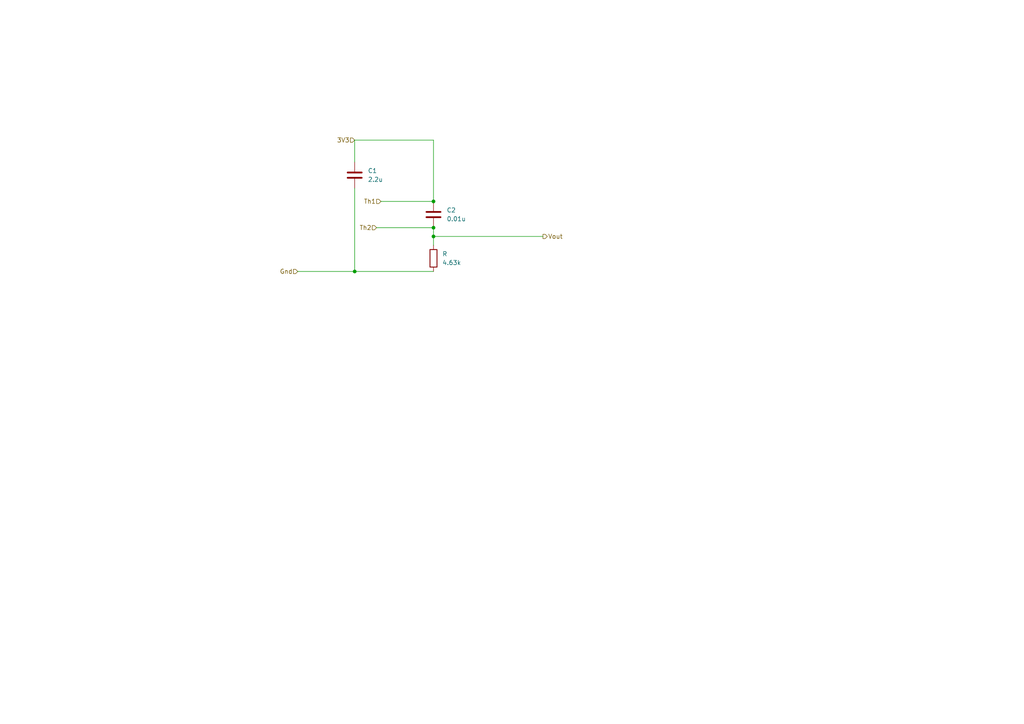
<source format=kicad_sch>
(kicad_sch (version 20250114) (generator "eeschema") (generator_version "9.0")
  (paper "A4")
  (title_block (title "Voltage Divider for temperature reading") (date "2025-05-05") (rev "V1.1"))
  (lib_symbols
    (symbol "Device:C" (pin_numbers (hide yes)) (pin_names (offset 0.254))
      (property "Reference" "C" (at 0.635 2.54 0))
      (property "Value" "C" (at 0.635 -2.54 0))
      (symbol "C_0_1"
        (polyline (pts (xy -2.032 0.762) (xy 2.032 0.762)) (stroke (width 0.508)))
        (polyline (pts (xy -2.032 -0.762) (xy 2.032 -0.762)) (stroke (width 0.508)))
      )
      (symbol "C_1_1"
        (pin passive line (at 0 3.81 270) (length 2.794) (name "~") (number "1"))
        (pin passive line (at 0 -3.81 90) (length 2.794) (name "~") (number "2"))
      )
    )
    (symbol "Device:R" (pin_numbers (hide yes)) (pin_names (offset 0))
      (property "Reference" "R" (at 2.032 0 90))
      (property "Value" "R" (at 0 0 90))
      (symbol "R_0_1"
        (rectangle (start -1.016 -2.54) (end 1.016 2.54) (stroke (width 0.254)))
      )
      (symbol "R_1_1"
        (pin passive line (at 0 3.81 270) (length 1.27) (name "~") (number "1"))
        (pin passive line (at 0 -3.81 90) (length 1.27) (name "~") (number "2"))
      )
    )
  )
  (junction (at 125.73 58.42))
  (junction (at 102.87 78.74))
  (junction (at 125.73 66.04))
  (junction (at 125.73 68.58))
  (wire (pts (xy 102.87 54.61) (xy 102.87 78.74)))
  (wire (pts (xy 110.49 58.42) (xy 125.73 58.42)))
  (wire (pts (xy 109.22 66.04) (xy 125.73 66.04)))
  (wire (pts (xy 125.73 40.64) (xy 125.73 58.42)))
  (wire (pts (xy 86.36 78.74) (xy 102.87 78.74)))
  (wire (pts (xy 102.87 78.74) (xy 125.73 78.74)))
  (wire (pts (xy 125.73 68.58) (xy 125.73 71.12)))
  (wire (pts (xy 125.73 68.58) (xy 157.48 68.58)))
  (wire (pts (xy 102.87 40.64) (xy 125.73 40.64)))
  (wire (pts (xy 102.87 40.64) (xy 102.87 46.99)))
  (wire (pts (xy 125.73 66.04) (xy 125.73 68.58)))
  (hierarchical_label "Th2" (shape input) (at 109.22 66.04 180))
  (hierarchical_label "Th1" (shape input) (at 110.49 58.42 180))
  (hierarchical_label "Vout" (shape output) (at 157.48 68.58 0))
  (hierarchical_label "3V3" (shape input) (at 102.87 40.64 180))
  (hierarchical_label "Gnd" (shape input) (at 86.36 78.74 180))
  (symbol (lib_id "Device:C") (at 125.73 62.23 0) (unit 1)
    (property "Reference" "C2" (at 129.54 60.9599 0) (effects (justify left)))
    (property "Value" "0.01u" (at 129.54 63.4999 0) (effects (justify left)))
    (property "Description" "Unpolarized capacitor" (effects (hide yes)))
  )
  (symbol (lib_id "Device:R") (at 125.73 74.93 0) (unit 1)
    (property "Reference" "R" (at 128.27 73.6599 0) (effects (justify left)))
    (property "Value" "4.63k" (at 128.27 76.1999 0) (effects (justify left)))
    (property "Description" "Resistor" (effects (hide yes)))
  )
  (symbol (lib_id "Device:C") (at 102.87 50.8 0) (unit 1)
    (property "Reference" "C1" (at 106.68 49.5299 0) (effects (justify left)))
    (property "Value" "2.2u" (at 106.68 52.0699 0) (effects (justify left)))
    (property "Description" "Unpolarized capacitor" (effects (hide yes)))
  )
)
</source>
